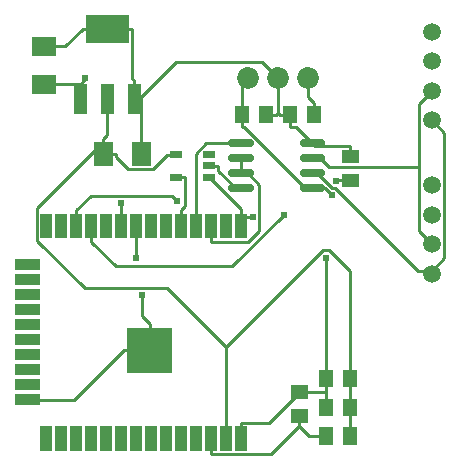
<source format=gbl>
G04 Layer: BottomLayer*
G04 EasyEDA v6.5.3, 2022-04-04 11:44:29*
G04 441a04c8791b4462941eed85b5e579c0,ea473c994f494bc6b3a27bf06e4933c6,10*
G04 Gerber Generator version 0.2*
G04 Scale: 100 percent, Rotated: No, Reflected: No *
G04 Dimensions in millimeters *
G04 leading zeros omitted , absolute positions ,4 integer and 5 decimal *
%FSLAX45Y45*%
%MOMM*%

%ADD10C,0.2540*%
%ADD12C,0.6100*%
%ADD15C,1.5000*%
%ADD16C,1.8499*%
%ADD17C,0.7000*%

%LPD*%
D10*
X2743200Y-3263900D02*
G01*
X2743200Y-2241321D01*
X1249629Y-3021177D02*
G01*
X1249629Y-2803245D01*
X1181100Y-2557449D02*
G01*
X1181100Y-2734716D01*
X1249629Y-2803245D01*
X2022093Y-1897837D02*
G01*
X2022093Y-1970201D01*
X1752904Y-1555495D02*
G01*
X2022093Y-1824685D01*
X2022093Y-1897837D01*
X2119172Y-1897837D02*
G01*
X2022093Y-1897837D01*
X1175994Y-874420D02*
G01*
X1175994Y-1358900D01*
X1118996Y-817422D02*
G01*
X1175994Y-874420D01*
X1175994Y-874420D02*
G01*
X1470736Y-579678D01*
X2203068Y-579678D01*
X2336800Y-713409D01*
X889000Y-299897D02*
G01*
X681075Y-299897D01*
X355600Y-449605D02*
G01*
X531368Y-449605D01*
X681075Y-299897D01*
X2235200Y-1028700D02*
G01*
X2321128Y-1028700D01*
X2336800Y-1013002D02*
G01*
X2352497Y-1028700D01*
X2336800Y-713409D02*
G01*
X2336800Y-1013002D01*
X2321128Y-1028700D02*
G01*
X2321128Y-1028674D01*
X2336800Y-1013002D01*
X2946400Y-1380972D02*
G01*
X2946400Y-1295044D01*
X2946400Y-1295044D02*
G01*
X2651404Y-1295044D01*
X2626359Y-1270000D01*
X2022093Y-3770172D02*
G01*
X2022093Y-3637254D01*
X2518003Y-3378200D02*
G01*
X2258949Y-3637254D01*
X2022093Y-3637254D01*
X2518003Y-3378200D02*
G01*
X2615006Y-3378200D01*
X2514600Y-3378200D02*
G01*
X2518003Y-3378200D01*
X2743200Y-3378200D02*
G01*
X2743200Y-3505200D01*
X2743200Y-3263900D02*
G01*
X2743200Y-3378200D01*
X2743200Y-3378200D02*
G01*
X2615006Y-3378200D01*
X1118996Y-817422D02*
G01*
X1118996Y-740968D01*
X1118996Y-893876D02*
G01*
X1118996Y-817422D01*
X889000Y-299897D02*
G01*
X1096924Y-299897D01*
X1096924Y-299897D02*
G01*
X1096924Y-718896D01*
X1118996Y-740968D01*
X1249629Y-3021177D02*
G01*
X1031697Y-3021177D01*
X213105Y-3441674D02*
G01*
X611200Y-3441674D01*
X1031697Y-3021177D01*
X2438400Y-1028700D02*
G01*
X2438400Y-1129106D01*
X2626359Y-1270000D02*
G01*
X2485466Y-1129106D01*
X2438400Y-1129106D01*
X2438400Y-1028700D02*
G01*
X2352497Y-1028700D01*
X659003Y-769594D02*
G01*
X697992Y-730605D01*
X697992Y-713409D01*
X659003Y-784225D02*
G01*
X659003Y-769594D01*
X659003Y-769594D02*
G01*
X483514Y-769594D01*
X355600Y-769594D02*
G01*
X483514Y-769594D01*
X2626359Y-1651000D02*
G01*
X2732176Y-1651000D01*
X2791307Y-1710131D01*
X2946400Y-1584172D02*
G01*
X2834893Y-1584172D01*
X2826816Y-1592249D01*
X2032000Y-1129106D02*
G01*
X2045157Y-1129106D01*
X2567050Y-1651000D01*
X2626359Y-1651000D01*
X659003Y-827506D02*
G01*
X659003Y-784225D01*
X659003Y-827506D02*
G01*
X659003Y-893876D01*
X2032000Y-1028700D02*
G01*
X2032000Y-1129106D01*
X2082800Y-713409D02*
G01*
X2032000Y-764209D01*
X2032000Y-1028700D01*
X1133094Y-1970201D02*
G01*
X1133094Y-2241829D01*
X1006094Y-1970201D02*
G01*
X1006094Y-1774748D01*
X752094Y-1970201D02*
G01*
X752094Y-2103094D01*
X752094Y-2103094D02*
G01*
X960018Y-2311019D01*
X1944674Y-2311019D01*
X2382748Y-1872945D01*
X625094Y-1970201D02*
G01*
X625094Y-1837283D01*
X625094Y-1837283D02*
G01*
X749935Y-1712442D01*
X1434134Y-1712442D01*
X1478534Y-1756841D01*
X1752904Y-1460500D02*
G01*
X1830806Y-1460500D01*
X2021840Y-1651000D02*
G01*
X1975180Y-1651000D01*
X1830806Y-1506626D01*
X1830806Y-1460500D01*
X1768094Y-2103094D02*
G01*
X1768271Y-2103272D01*
X2084882Y-2103272D01*
X2177745Y-2010410D01*
X2177745Y-1625066D01*
X2076678Y-1524000D01*
X2021840Y-1524000D01*
X1768094Y-1970201D02*
G01*
X1768094Y-2103094D01*
X2021840Y-1397000D02*
G01*
X2021840Y-1524000D01*
X2021840Y-1270000D02*
G01*
X1728698Y-1270000D01*
X1641094Y-1357604D01*
X1641094Y-1970201D01*
X1514094Y-1970201D02*
G01*
X1514094Y-1837283D01*
X1472895Y-1555495D02*
G01*
X1550822Y-1555495D01*
X1550822Y-1555495D02*
G01*
X1550822Y-1800555D01*
X1514094Y-1837283D01*
X2626359Y-1524000D02*
G01*
X2667660Y-1524000D01*
X2794482Y-1650822D01*
X2820263Y-1650822D01*
X3520313Y-2350871D01*
X3634993Y-2350871D01*
X3634993Y-2350871D02*
G01*
X3741369Y-2244496D01*
X3741369Y-1181379D01*
X3634993Y-1075004D01*
X3634993Y-2375001D02*
G01*
X3634993Y-2350871D01*
X3524808Y-1467053D02*
G01*
X3524808Y-935177D01*
X3634993Y-824992D01*
X3634993Y-2124989D02*
G01*
X3524808Y-2014804D01*
X3524808Y-1467053D01*
X2626359Y-1397000D02*
G01*
X2694381Y-1397000D01*
X2764434Y-1467053D01*
X3524808Y-1467053D01*
X2743174Y-3746525D02*
G01*
X2593822Y-3746525D01*
X2514600Y-3667302D01*
X2514600Y-3581400D02*
G01*
X2514600Y-3667302D01*
X1768094Y-3770172D02*
G01*
X1768094Y-3903090D01*
X1768094Y-3903090D02*
G01*
X1768373Y-3903370D01*
X2278532Y-3903370D01*
X2514600Y-3667302D01*
X2641600Y-1028700D02*
G01*
X2641600Y-928293D01*
X2590800Y-713409D02*
G01*
X2590800Y-877493D01*
X2641600Y-928293D01*
X1895094Y-2996437D02*
G01*
X2715590Y-2175941D01*
X2768828Y-2175941D01*
X2946400Y-2353513D01*
X2946400Y-3263900D01*
X1895094Y-3770172D02*
G01*
X1895094Y-2996437D01*
X1895094Y-2996437D02*
G01*
X1397533Y-2498877D01*
X698500Y-2498877D01*
X295503Y-2095880D01*
X295503Y-1820697D01*
X856005Y-1260195D01*
X856005Y-1260195D02*
G01*
X856005Y-1230985D01*
X856005Y-1358900D02*
G01*
X856005Y-1294942D01*
X856005Y-1294942D02*
G01*
X856005Y-1260195D01*
X1472895Y-1365504D02*
G01*
X1394993Y-1365504D01*
X2946400Y-3505200D02*
G01*
X2946400Y-3645103D01*
X2946374Y-3645103D01*
X2946400Y-3263900D02*
G01*
X2946400Y-3505200D01*
X2946374Y-3746525D02*
G01*
X2946374Y-3645103D01*
X889000Y-893876D02*
G01*
X889000Y-1197990D01*
X856005Y-1230985D01*
X856005Y-1358900D02*
G01*
X963929Y-1358900D01*
X1394993Y-1365504D02*
G01*
X1273505Y-1486992D01*
X1065047Y-1486992D01*
X963929Y-1385874D01*
X963929Y-1358900D01*
D17*
X1946841Y-1651000D02*
G01*
X2096841Y-1651000D01*
X1946841Y-1524000D02*
G01*
X2096841Y-1524000D01*
X1946841Y-1397000D02*
G01*
X2096841Y-1397000D01*
X1946841Y-1270000D02*
G01*
X2096841Y-1270000D01*
X2551358Y-1651000D02*
G01*
X2701361Y-1651000D01*
X2551358Y-1524000D02*
G01*
X2701361Y-1524000D01*
X2551358Y-1397000D02*
G01*
X2701361Y-1397000D01*
X2551358Y-1270000D02*
G01*
X2701361Y-1270000D01*
G36*
X775990Y-1458899D02*
G01*
X936010Y-1458899D01*
X936010Y-1258900D01*
X775990Y-1258900D01*
G37*
G36*
X1095989Y-1458899D02*
G01*
X1256009Y-1458899D01*
X1256009Y-1258900D01*
X1095989Y-1258900D01*
G37*
G36*
X255600Y-369590D02*
G01*
X255600Y-529610D01*
X455599Y-529610D01*
X455599Y-369590D01*
G37*
G36*
X255600Y-689589D02*
G01*
X255600Y-849609D01*
X455599Y-849609D01*
X455599Y-689589D01*
G37*
G36*
X2699600Y-956200D02*
G01*
X2583599Y-956200D01*
X2583599Y-1101199D01*
X2699600Y-1101199D01*
G37*
G36*
X2496400Y-956200D02*
G01*
X2380399Y-956200D01*
X2380399Y-1101199D01*
X2496400Y-1101199D01*
G37*
G36*
X1973999Y-1101199D02*
G01*
X2090000Y-1101199D01*
X2090000Y-956200D01*
X1973999Y-956200D01*
G37*
G36*
X2177199Y-1101199D02*
G01*
X2293200Y-1101199D01*
X2293200Y-956200D01*
X2177199Y-956200D01*
G37*
G36*
X2873900Y-1322981D02*
G01*
X2873900Y-1438983D01*
X3018899Y-1438983D01*
X3018899Y-1322981D01*
G37*
G36*
X2873900Y-1526181D02*
G01*
X2873900Y-1642183D01*
X3018899Y-1642183D01*
X3018899Y-1526181D01*
G37*
G36*
X2442100Y-3320199D02*
G01*
X2442100Y-3436200D01*
X2587099Y-3436200D01*
X2587099Y-3320199D01*
G37*
G36*
X2442100Y-3523399D02*
G01*
X2442100Y-3639400D01*
X2587099Y-3639400D01*
X2587099Y-3523399D01*
G37*
G36*
X2685199Y-3577699D02*
G01*
X2801200Y-3577699D01*
X2801200Y-3432700D01*
X2685199Y-3432700D01*
G37*
G36*
X2888399Y-3577699D02*
G01*
X3004400Y-3577699D01*
X3004400Y-3432700D01*
X2888399Y-3432700D01*
G37*
G36*
X2685199Y-3336399D02*
G01*
X2801200Y-3336399D01*
X2801200Y-3191400D01*
X2685199Y-3191400D01*
G37*
G36*
X2888399Y-3336399D02*
G01*
X3004400Y-3336399D01*
X3004400Y-3191400D01*
X2888399Y-3191400D01*
G37*
G36*
X3004388Y-3673017D02*
G01*
X2888386Y-3673017D01*
X2888386Y-3820007D01*
X3004388Y-3820007D01*
G37*
G36*
X2801188Y-3673017D02*
G01*
X2685186Y-3673017D01*
X2685186Y-3820007D01*
X2801188Y-3820007D01*
G37*
G36*
X1063995Y-768893D02*
G01*
X1063995Y-1018893D01*
X1173998Y-1018893D01*
X1173998Y-768893D01*
G37*
G36*
X833998Y-768893D02*
G01*
X833998Y-1018893D01*
X944001Y-1018893D01*
X944001Y-768893D01*
G37*
G36*
X604001Y-768893D02*
G01*
X604001Y-1018893D01*
X714004Y-1018893D01*
X714004Y-768893D01*
G37*
G36*
X709000Y-416897D02*
G01*
X1068999Y-416897D01*
X1068999Y-182897D01*
X709000Y-182897D01*
G37*
G36*
X704598Y-3875196D02*
G01*
X799599Y-3875196D01*
X799599Y-3665194D01*
X704598Y-3665194D01*
G37*
G36*
X831598Y-3875196D02*
G01*
X926599Y-3875196D01*
X926599Y-3665194D01*
X831598Y-3665194D01*
G37*
G36*
X958598Y-3875196D02*
G01*
X1053599Y-3875196D01*
X1053599Y-3665194D01*
X958598Y-3665194D01*
G37*
G36*
X1085598Y-3875196D02*
G01*
X1180599Y-3875196D01*
X1180599Y-3665194D01*
X1085598Y-3665194D01*
G37*
G36*
X1212598Y-3875196D02*
G01*
X1307599Y-3875196D01*
X1307599Y-3665194D01*
X1212598Y-3665194D01*
G37*
G36*
X1339598Y-3875196D02*
G01*
X1434599Y-3875196D01*
X1434599Y-3665194D01*
X1339598Y-3665194D01*
G37*
G36*
X1466598Y-3875196D02*
G01*
X1561599Y-3875196D01*
X1561599Y-3665194D01*
X1466598Y-3665194D01*
G37*
G36*
X1593598Y-3875196D02*
G01*
X1688599Y-3875196D01*
X1688599Y-3665194D01*
X1593598Y-3665194D01*
G37*
G36*
X1720598Y-3875196D02*
G01*
X1815599Y-3875196D01*
X1815599Y-3665194D01*
X1720598Y-3665194D01*
G37*
G36*
X1847598Y-3875196D02*
G01*
X1942599Y-3875196D01*
X1942599Y-3665194D01*
X1847598Y-3665194D01*
G37*
G36*
X1974598Y-3875196D02*
G01*
X2069599Y-3875196D01*
X2069599Y-3665194D01*
X1974598Y-3665194D01*
G37*
G36*
X108099Y-3362187D02*
G01*
X318101Y-3362187D01*
X318101Y-3267186D01*
X108099Y-3267186D01*
G37*
G36*
X108099Y-3489187D02*
G01*
X318101Y-3489187D01*
X318101Y-3394186D01*
X108099Y-3394186D01*
G37*
G36*
X323598Y-3875196D02*
G01*
X418599Y-3875196D01*
X418599Y-3665194D01*
X323598Y-3665194D01*
G37*
G36*
X450598Y-3875196D02*
G01*
X545599Y-3875196D01*
X545599Y-3665194D01*
X450598Y-3665194D01*
G37*
G36*
X577598Y-3875196D02*
G01*
X672599Y-3875196D01*
X672599Y-3665194D01*
X577598Y-3665194D01*
G37*
G36*
X108099Y-3235187D02*
G01*
X318101Y-3235187D01*
X318101Y-3140186D01*
X108099Y-3140186D01*
G37*
G36*
X108099Y-3108187D02*
G01*
X318101Y-3108187D01*
X318101Y-3013186D01*
X108099Y-3013186D01*
G37*
G36*
X108099Y-2981187D02*
G01*
X318101Y-2981187D01*
X318101Y-2886186D01*
X108099Y-2886186D01*
G37*
G36*
X108099Y-2854187D02*
G01*
X318101Y-2854187D01*
X318101Y-2759186D01*
X108099Y-2759186D01*
G37*
G36*
X108099Y-2727187D02*
G01*
X318101Y-2727187D01*
X318101Y-2632186D01*
X108099Y-2632186D01*
G37*
G36*
X108099Y-2600187D02*
G01*
X318101Y-2600187D01*
X318101Y-2505186D01*
X108099Y-2505186D01*
G37*
G36*
X108099Y-2473187D02*
G01*
X318101Y-2473187D01*
X318101Y-2378186D01*
X108099Y-2378186D01*
G37*
G36*
X108099Y-2346187D02*
G01*
X318101Y-2346187D01*
X318101Y-2251186D01*
X108099Y-2251186D01*
G37*
G36*
X323598Y-2075205D02*
G01*
X418599Y-2075205D01*
X418599Y-1865203D01*
X323598Y-1865203D01*
G37*
G36*
X450598Y-2075205D02*
G01*
X545599Y-2075205D01*
X545599Y-1865203D01*
X450598Y-1865203D01*
G37*
G36*
X577598Y-2075205D02*
G01*
X672599Y-2075205D01*
X672599Y-1865203D01*
X577598Y-1865203D01*
G37*
G36*
X704598Y-2075205D02*
G01*
X799599Y-2075205D01*
X799599Y-1865203D01*
X704598Y-1865203D01*
G37*
G36*
X831598Y-2075205D02*
G01*
X926599Y-2075205D01*
X926599Y-1865203D01*
X831598Y-1865203D01*
G37*
G36*
X958598Y-2075205D02*
G01*
X1053599Y-2075205D01*
X1053599Y-1865203D01*
X958598Y-1865203D01*
G37*
G36*
X1085598Y-2075205D02*
G01*
X1180599Y-2075205D01*
X1180599Y-1865203D01*
X1085598Y-1865203D01*
G37*
G36*
X1212598Y-2075205D02*
G01*
X1307599Y-2075205D01*
X1307599Y-1865203D01*
X1212598Y-1865203D01*
G37*
G36*
X1339598Y-2075205D02*
G01*
X1434599Y-2075205D01*
X1434599Y-1865203D01*
X1339598Y-1865203D01*
G37*
G36*
X1466598Y-2075205D02*
G01*
X1561599Y-2075205D01*
X1561599Y-1865203D01*
X1466598Y-1865203D01*
G37*
G36*
X1593598Y-2075205D02*
G01*
X1688599Y-2075205D01*
X1688599Y-1865203D01*
X1593598Y-1865203D01*
G37*
G36*
X1720598Y-2075205D02*
G01*
X1815599Y-2075205D01*
X1815599Y-1865203D01*
X1720598Y-1865203D01*
G37*
G36*
X1847598Y-2075205D02*
G01*
X1942599Y-2075205D01*
X1942599Y-1865203D01*
X1847598Y-1865203D01*
G37*
G36*
X1974598Y-2075205D02*
G01*
X2069599Y-2075205D01*
X2069599Y-1865203D01*
X1974598Y-1865203D01*
G37*
G36*
X1059621Y-3211184D02*
G01*
X1439621Y-3211184D01*
X1439621Y-2831185D01*
X1059621Y-2831185D01*
G37*
G36*
X1702899Y-1395498D02*
G01*
X1802899Y-1395498D01*
X1802899Y-1335498D01*
X1702899Y-1335498D01*
G37*
G36*
X1702899Y-1490499D02*
G01*
X1802899Y-1490499D01*
X1802899Y-1430500D01*
X1702899Y-1430500D01*
G37*
G36*
X1702899Y-1585501D02*
G01*
X1802899Y-1585501D01*
X1802899Y-1525501D01*
X1702899Y-1525501D01*
G37*
G36*
X1522900Y-1525501D02*
G01*
X1422900Y-1525501D01*
X1422900Y-1585501D01*
X1522900Y-1585501D01*
G37*
G36*
X1522900Y-1335498D02*
G01*
X1422900Y-1335498D01*
X1422900Y-1395498D01*
X1522900Y-1395498D01*
G37*
D15*
G01*
X3634993Y-324993D03*
G01*
X3634993Y-575005D03*
G01*
X3634993Y-824992D03*
G01*
X3634993Y-1075004D03*
D16*
G01*
X2590800Y-713409D03*
G01*
X2336800Y-713409D03*
G01*
X2082800Y-713409D03*
D15*
G01*
X3634993Y-1624990D03*
G01*
X3634993Y-1875002D03*
G01*
X3634993Y-2124989D03*
G01*
X3634993Y-2375001D03*
D12*
G01*
X2743200Y-2241321D03*
G01*
X1181100Y-2557449D03*
G01*
X2119172Y-1897837D03*
G01*
X2826816Y-1592249D03*
G01*
X2791307Y-1710131D03*
G01*
X697992Y-713409D03*
G01*
X1133094Y-2241829D03*
G01*
X1006094Y-1774748D03*
G01*
X2382748Y-1872945D03*
G01*
X1478534Y-1756841D03*
M02*

</source>
